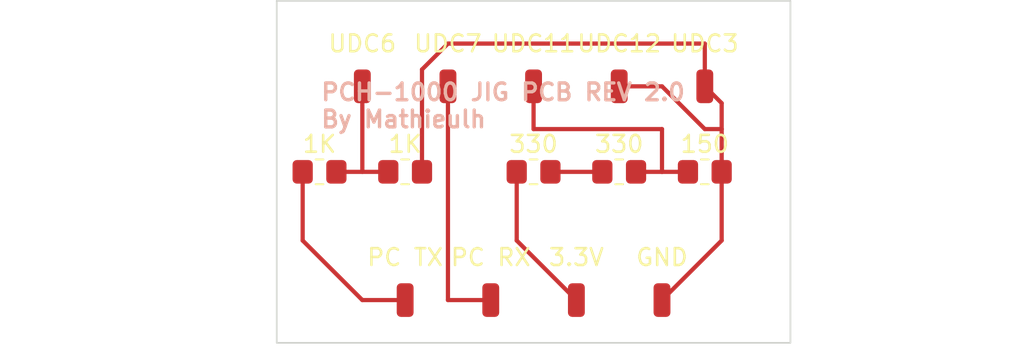
<source format=kicad_pcb>
(kicad_pcb (version 20221018) (generator pcbnew)
  (layers (0 "F.Cu" signal) (31 "B.Cu" signal) (34 "B.Paste" user) (35 "F.Paste" user) (36 "B.SilkS" user "B.Silkscreen") (37 "F.SilkS" user "F.Silkscreen") (38 "B.Mask" user) (39 "F.Mask" user) (44 "Edge.Cuts" user))
  (net 0 "")
  (footprint "Connector_Wire:SolderWirePad_1x01_SMD_1x2mm" (layer "F.Cu") (at 55.88 35.56)
    (fp_text reference "UDC12" (at 0 -2.54) (layer "F.SilkS"))
    (fp_text value "SolderWirePad_1x01_SMD_1x2mm")
    (pad "1" smd roundrect (at 0 0) (size 1 2) (layers "F.Cu" "F.Paste" "F.Mask"))
  )
  (footprint "Resistor_SMD:R_0805_2012Metric_Pad1.20x1.40mm_HandSolder" (layer "F.Cu") (at 55.88 40.64)
    (fp_text reference "330" (at 0 -1.65) (layer "F.SilkS"))
    (fp_text value "R_0805_2012Metric_Pad1.20x1.40mm_HandSolder")
    (fp_line (start -0.227064 -0.735) (end 0.227064 -0.735) (stroke (width 0.12)) (layer "F.SilkS"))
    (fp_line (start -0.227064 0.735) (end 0.227064 0.735) (stroke (width 0.12)) (layer "F.SilkS"))
    (pad "1" smd roundrect (at -1 0) (size 1.2 1.4) (layers "F.Cu" "F.Paste" "F.Mask") (roundrect_rratio 0.2083333333))
    (pad "2" smd roundrect (at 1 0) (size 1.2 1.4) (layers "F.Cu" "F.Paste" "F.Mask") (roundrect_rratio 0.2083333333))
  )
  (footprint "Resistor_SMD:R_0805_2012Metric_Pad1.20x1.40mm_HandSolder" (layer "F.Cu") (at 38.1 40.64)
    (fp_text reference "1K" (at 0 -1.65) (layer "F.SilkS"))
    (fp_text value "R_0805_2012Metric_Pad1.20x1.40mm_HandSolder")
    (fp_line (start -0.227064 -0.735) (end 0.227064 -0.735) (stroke (width 0.12)) (layer "F.SilkS"))
    (fp_line (start -0.227064 0.735) (end 0.227064 0.735) (stroke (width 0.12)) (layer "F.SilkS"))
    (pad "1" smd roundrect (at -1 0) (size 1.2 1.4) (layers "F.Cu" "F.Paste" "F.Mask") (roundrect_rratio 0.2083333333))
    (pad "2" smd roundrect (at 1 0) (size 1.2 1.4) (layers "F.Cu" "F.Paste" "F.Mask") (roundrect_rratio 0.2083333333))
  )
  (footprint "Resistor_SMD:R_0805_2012Metric_Pad1.20x1.40mm_HandSolder" (layer "F.Cu") (at 60.96 40.64)
    (fp_text reference "150" (at 0 -1.65) (layer "F.SilkS"))
    (fp_text value "R_0805_2012Metric_Pad1.20x1.40mm_HandSolder")
    (fp_line (start -0.227064 -0.735) (end 0.227064 -0.735) (stroke (width 0.12)) (layer "F.SilkS"))
    (fp_line (start -0.227064 0.735) (end 0.227064 0.735) (stroke (width 0.12)) (layer "F.SilkS"))
    (pad "1" smd roundrect (at -1 0) (size 1.2 1.4) (layers "F.Cu" "F.Paste" "F.Mask") (roundrect_rratio 0.2083333333))
    (pad "2" smd roundrect (at 1 0) (size 1.2 1.4) (layers "F.Cu" "F.Paste" "F.Mask") (roundrect_rratio 0.2083333333))
  )
  (footprint "Connector_Wire:SolderWirePad_1x01_SMD_1x2mm" (layer "F.Cu") (at 50.8 35.56)
    (fp_text reference "UDC11" (at 0 -2.54) (layer "F.SilkS"))
    (fp_text value "SolderWirePad_1x01_SMD_1x2mm")
    (pad "1" smd roundrect (at 0 0) (size 1 2) (layers "F.Cu" "F.Paste" "F.Mask"))
  )
  (footprint "Resistor_SMD:R_0805_2012Metric_Pad1.20x1.40mm_HandSolder" (layer "F.Cu") (at 50.8 40.64)
    (fp_text reference "330" (at 0 -1.65) (layer "F.SilkS"))
    (fp_text value "R_0805_2012Metric_Pad1.20x1.40mm_HandSolder")
    (fp_line (start -0.227064 -0.735) (end 0.227064 -0.735) (stroke (width 0.12)) (layer "F.SilkS"))
    (fp_line (start -0.227064 0.735) (end 0.227064 0.735) (stroke (width 0.12)) (layer "F.SilkS"))
    (pad "1" smd roundrect (at -1 0) (size 1.2 1.4) (layers "F.Cu" "F.Paste" "F.Mask") (roundrect_rratio 0.2083333333))
    (pad "2" smd roundrect (at 1 0) (size 1.2 1.4) (layers "F.Cu" "F.Paste" "F.Mask") (roundrect_rratio 0.2083333333))
  )
  (footprint "Resistor_SMD:R_0805_2012Metric_Pad1.20x1.40mm_HandSolder" (layer "F.Cu") (at 43.18 40.64)
    (fp_text reference "1K" (at 0 -1.65) (layer "F.SilkS"))
    (fp_text value "R_0805_2012Metric_Pad1.20x1.40mm_HandSolder")
    (fp_line (start -0.227064 -0.735) (end 0.227064 -0.735) (stroke (width 0.12)) (layer "F.SilkS"))
    (fp_line (start -0.227064 0.735) (end 0.227064 0.735) (stroke (width 0.12)) (layer "F.SilkS"))
    (pad "1" smd roundrect (at -1 0) (size 1.2 1.4) (layers "F.Cu" "F.Paste" "F.Mask") (roundrect_rratio 0.2083333333))
    (pad "2" smd roundrect (at 1 0) (size 1.2 1.4) (layers "F.Cu" "F.Paste" "F.Mask") (roundrect_rratio 0.2083333333))
  )
  (footprint "Connector_Wire:SolderWirePad_1x01_SMD_1x2mm" (layer "F.Cu") (at 53.34 48.26)
    (fp_text reference "3.3V" (at 0 -2.54) (layer "F.SilkS"))
    (fp_text value "SolderWirePad_1x01_SMD_1x2mm")
    (pad "1" smd roundrect (at 0 0) (size 1 2) (layers "F.Cu" "F.Paste" "F.Mask"))
  )
  (footprint "Connector_Wire:SolderWirePad_1x01_SMD_1x2mm" (layer "F.Cu") (at 45.72 35.56)
    (fp_text reference "UDC7" (at 0 -2.54) (layer "F.SilkS"))
    (fp_text value "SolderWirePad_1x01_SMD_1x2mm")
    (pad "1" smd roundrect (at 0 0) (size 1 2) (layers "F.Cu" "F.Paste" "F.Mask"))
  )
  (footprint "Connector_Wire:SolderWirePad_1x01_SMD_1x2mm" (layer "F.Cu") (at 48.26 48.26)
    (fp_text reference "PC RX" (at 0 -2.54) (layer "F.SilkS"))
    (fp_text value "SolderWirePad_1x01_SMD_1x2mm")
    (pad "1" smd roundrect (at 0 0) (size 1 2) (layers "F.Cu" "F.Paste" "F.Mask"))
  )
  (footprint "Connector_Wire:SolderWirePad_1x01_SMD_1x2mm" (layer "F.Cu") (at 58.42 48.26)
    (fp_text reference "GND" (at 0 -2.54) (layer "F.SilkS"))
    (fp_text value "SolderWirePad_1x01_SMD_1x2mm")
    (pad "1" smd roundrect (at 0 0) (size 1 2) (layers "F.Cu" "F.Paste" "F.Mask"))
  )
  (footprint "Connector_Wire:SolderWirePad_1x01_SMD_1x2mm" (layer "F.Cu") (at 40.64 35.56)
    (fp_text reference "UDC6" (at 0 -2.54) (layer "F.SilkS"))
    (fp_text value "SolderWirePad_1x01_SMD_1x2mm")
    (pad "1" smd roundrect (at 0 0) (size 1 2) (layers "F.Cu" "F.Paste" "F.Mask"))
  )
  (footprint "Connector_Wire:SolderWirePad_1x01_SMD_1x2mm" (layer "F.Cu") (at 60.96 35.56)
    (fp_text reference "UDC3" (at 0 -2.54) (layer "F.SilkS"))
    (fp_text value "SolderWirePad_1x01_SMD_1x2mm")
    (pad "1" smd roundrect (at 0 0) (size 1 2) (layers "F.Cu" "F.Paste" "F.Mask"))
  )
  (footprint "Connector_Wire:SolderWirePad_1x01_SMD_1x2mm" (layer "F.Cu") (at 43.18 48.26)
    (fp_text reference "PC TX" (at 0 -2.54) (layer "F.SilkS"))
    (fp_text value "SolderWirePad_1x01_SMD_1x2mm")
    (pad "1" smd roundrect (at 0 0) (size 1 2) (layers "F.Cu" "F.Paste" "F.Mask"))
  )
  (gr_rect (start 35.56 30.48) (end 66.04 50.8) (stroke (width 0.1)) (fill none) (layer "Edge.Cuts"))
  (gr_text "PCH-1000 JIG PCB REV 2.0\nBy Mathieulh" (at 38.1 38.1) (layer "B.SilkS") (effects (font (size 1 1) (thickness 0.2) bold) (justify left bottom)))
  (segment (start 43.18 48.26) (end 40.64 48.26) (width 0.25) (layer "F.Cu") (net 0))
  (segment (start 61.96 38.1) (end 61.96 40.64) (width 0.25) (layer "F.Cu") (net 0))
  (segment (start 44.18 40.64) (end 44.18 34.56) (width 0.25) (layer "F.Cu") (net 0))
  (segment (start 53.34 48.26) (end 49.8 44.72) (width 0.25) (layer "F.Cu") (net 0))
  (segment (start 37.1 44.72) (end 37.1 40.64) (width 0.25) (layer "F.Cu") (net 0))
  (segment (start 58.42 38.1) (end 50.8 38.1) (width 0.25) (layer "F.Cu") (net 0))
  (segment (start 49.8 44.72) (end 49.8 40.64) (width 0.25) (layer "F.Cu") (net 0))
  (segment (start 40.64 48.26) (end 37.1 44.72) (width 0.25) (layer "F.Cu") (net 0))
  (segment (start 61.96 36.56) (end 61.96 38.1) (width 0.25) (layer "F.Cu") (net 0))
  (segment (start 60.96 35.56) (end 61.96 36.56) (width 0.25) (layer "F.Cu") (net 0))
  (segment (start 51.8 40.64) (end 54.88 40.64) (width 0.25) (layer "F.Cu") (net 0))
  (segment (start 58.42 35.56) (end 60.96 38.1) (width 0.25) (layer "F.Cu") (net 0))
  (segment (start 58.42 48.26) (end 61.96 44.72) (width 0.25) (layer "F.Cu") (net 0))
  (segment (start 50.8 38.1) (end 50.8 35.56) (width 0.25) (layer "F.Cu") (net 0))
  (segment (start 58.42 40.64) (end 59.96 40.64) (width 0.25) (layer "F.Cu") (net 0))
  (segment (start 44.18 34.56) (end 45.72 33.02) (width 0.25) (layer "F.Cu") (net 0))
  (segment (start 60.96 38.1) (end 61.96 38.1) (width 0.25) (layer "F.Cu") (net 0))
  (segment (start 40.64 35.56) (end 40.64 40.64) (width 0.25) (layer "F.Cu") (net 0))
  (segment (start 58.42 40.64) (end 58.42 38.1) (width 0.25) (layer "F.Cu") (net 0))
  (segment (start 39.1 40.64) (end 42.18 40.64) (width 0.25) (layer "F.Cu") (net 0))
  (segment (start 56.88 40.64) (end 58.42 40.64) (width 0.25) (layer "F.Cu") (net 0))
  (segment (start 55.88 35.56) (end 58.42 35.56) (width 0.25) (layer "F.Cu") (net 0))
  (segment (start 60.96 33.02) (end 60.96 35.56) (width 0.25) (layer "F.Cu") (net 0))
  (segment (start 45.72 48.26) (end 48.26 48.26) (width 0.25) (layer "F.Cu") (net 0))
  (segment (start 61.96 44.72) (end 61.96 40.64) (width 0.25) (layer "F.Cu") (net 0))
  (segment (start 45.72 35.56) (end 45.72 48.26) (width 0.25) (layer "F.Cu") (net 0))
  (segment (start 45.72 33.02) (end 60.96 33.02) (width 0.25) (layer "F.Cu") (net 0))
)
</source>
